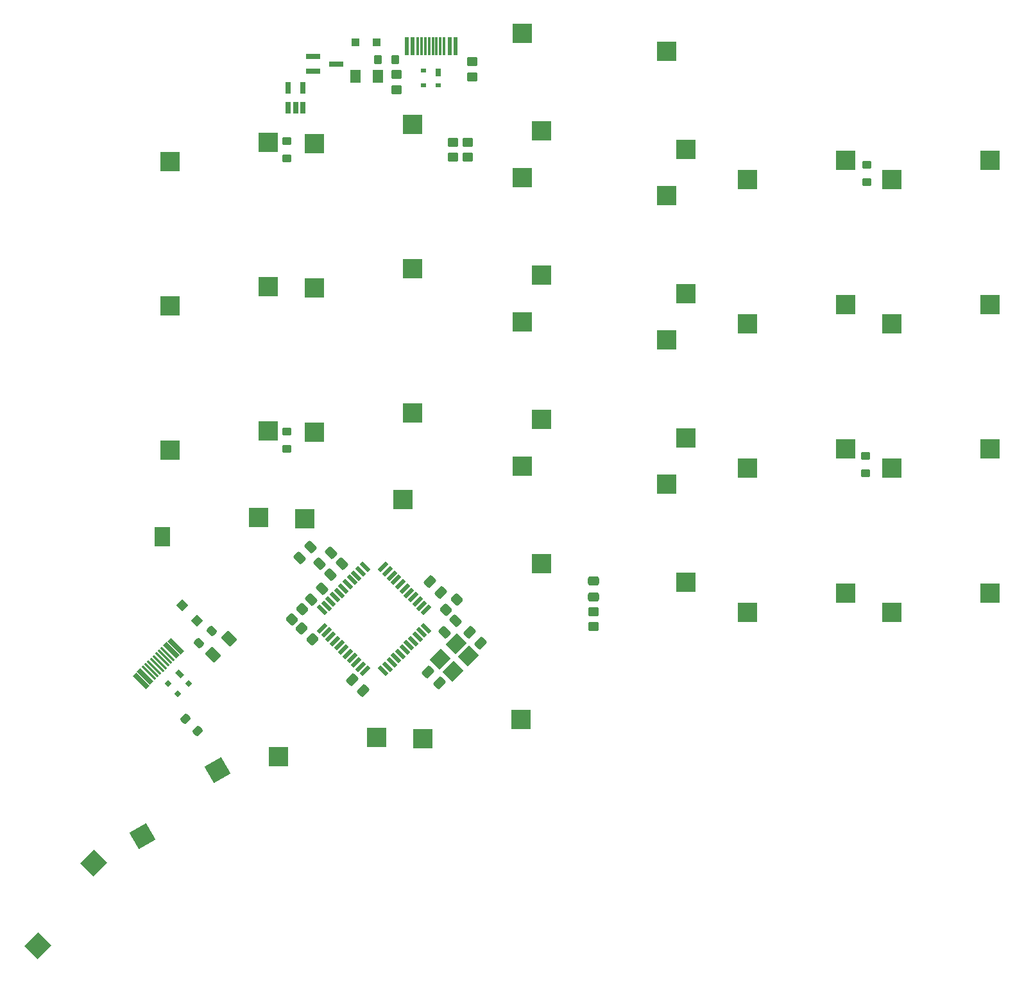
<source format=gbr>
%TF.GenerationSoftware,KiCad,Pcbnew,(6.0.7)*%
%TF.CreationDate,2022-09-06T15:05:25+03:00*%
%TF.ProjectId,retina-right,72657469-6e61-42d7-9269-6768742e6b69,1.0*%
%TF.SameCoordinates,Original*%
%TF.FileFunction,Paste,Bot*%
%TF.FilePolarity,Positive*%
%FSLAX46Y46*%
G04 Gerber Fmt 4.6, Leading zero omitted, Abs format (unit mm)*
G04 Created by KiCad (PCBNEW (6.0.7)) date 2022-09-06 15:05:25*
%MOMM*%
%LPD*%
G01*
G04 APERTURE LIST*
G04 Aperture macros list*
%AMRoundRect*
0 Rectangle with rounded corners*
0 $1 Rounding radius*
0 $2 $3 $4 $5 $6 $7 $8 $9 X,Y pos of 4 corners*
0 Add a 4 corners polygon primitive as box body*
4,1,4,$2,$3,$4,$5,$6,$7,$8,$9,$2,$3,0*
0 Add four circle primitives for the rounded corners*
1,1,$1+$1,$2,$3*
1,1,$1+$1,$4,$5*
1,1,$1+$1,$6,$7*
1,1,$1+$1,$8,$9*
0 Add four rect primitives between the rounded corners*
20,1,$1+$1,$2,$3,$4,$5,0*
20,1,$1+$1,$4,$5,$6,$7,0*
20,1,$1+$1,$6,$7,$8,$9,0*
20,1,$1+$1,$8,$9,$2,$3,0*%
%AMRotRect*
0 Rectangle, with rotation*
0 The origin of the aperture is its center*
0 $1 length*
0 $2 width*
0 $3 Rotation angle, in degrees counterclockwise*
0 Add horizontal line*
21,1,$1,$2,0,0,$3*%
G04 Aperture macros list end*
%ADD10RotRect,2.550000X2.500000X210.000000*%
%ADD11R,2.550000X2.500000*%
%ADD12R,2.500000X2.550000*%
%ADD13RotRect,2.550000X2.500000X225.000000*%
%ADD14R,2.050000X2.500000*%
%ADD15R,1.900000X0.800000*%
%ADD16RoundRect,0.250000X-0.450000X0.350000X-0.450000X-0.350000X0.450000X-0.350000X0.450000X0.350000X0*%
%ADD17RoundRect,0.250000X-0.053033X0.441942X-0.441942X0.053033X0.053033X-0.441942X0.441942X-0.053033X0*%
%ADD18RoundRect,0.250000X0.574524X0.097227X0.097227X0.574524X-0.574524X-0.097227X-0.097227X-0.574524X0*%
%ADD19R,0.700000X1.000000*%
%ADD20R,0.700000X0.600000*%
%ADD21RoundRect,0.250000X-0.070711X0.565685X-0.565685X0.070711X0.070711X-0.565685X0.565685X-0.070711X0*%
%ADD22RoundRect,0.250001X0.462499X0.624999X-0.462499X0.624999X-0.462499X-0.624999X0.462499X-0.624999X0*%
%ADD23RoundRect,0.250000X0.097227X-0.574524X0.574524X-0.097227X-0.097227X0.574524X-0.574524X0.097227X0*%
%ADD24RoundRect,0.250000X-0.350000X0.275000X-0.350000X-0.275000X0.350000X-0.275000X0.350000X0.275000X0*%
%ADD25RoundRect,0.250000X-0.574524X-0.097227X-0.097227X-0.574524X0.574524X0.097227X0.097227X0.574524X0*%
%ADD26RoundRect,0.250000X0.450000X-0.350000X0.450000X0.350000X-0.450000X0.350000X-0.450000X-0.350000X0*%
%ADD27RotRect,1.500000X0.550000X225.000000*%
%ADD28RotRect,1.500000X0.550000X135.000000*%
%ADD29RotRect,0.600000X2.450000X45.000000*%
%ADD30RotRect,0.300000X2.450000X45.000000*%
%ADD31R,0.650000X1.560000*%
%ADD32RoundRect,0.250000X-0.097227X0.574524X-0.574524X0.097227X0.097227X-0.574524X0.574524X-0.097227X0*%
%ADD33RoundRect,0.250000X0.565685X0.070711X0.070711X0.565685X-0.565685X-0.070711X-0.070711X-0.565685X0*%
%ADD34RoundRect,0.250000X-0.475000X0.337500X-0.475000X-0.337500X0.475000X-0.337500X0.475000X0.337500X0*%
%ADD35RoundRect,0.250001X-0.114905X0.768977X-0.768977X0.114905X0.114905X-0.768977X0.768977X-0.114905X0*%
%ADD36RoundRect,0.250000X-0.275000X-0.350000X0.275000X-0.350000X0.275000X0.350000X-0.275000X0.350000X0*%
%ADD37RoundRect,0.250000X-0.441942X-0.053033X-0.053033X-0.441942X0.441942X0.053033X0.053033X0.441942X0*%
%ADD38RotRect,1.100000X1.100000X315.000000*%
%ADD39RotRect,0.700000X1.000000X225.000000*%
%ADD40RotRect,0.700000X0.600000X225.000000*%
%ADD41R,0.600000X2.450000*%
%ADD42R,0.300000X2.450000*%
%ADD43R,1.100000X1.100000*%
%ADD44RotRect,2.100000X1.800000X45.000000*%
G04 APERTURE END LIST*
D10*
%TO.C,MX23*%
X133954981Y-157393052D03*
X124029871Y-166056256D03*
%TD*%
D11*
%TO.C,MX26*%
X140587457Y-112553699D03*
X127660457Y-115093699D03*
%TD*%
D12*
%TO.C,MX9*%
X193192736Y-62447500D03*
X195732736Y-75374500D03*
%TD*%
%TO.C,MX12*%
X193192736Y-119597500D03*
X195732736Y-132524500D03*
%TD*%
%TO.C,MX17*%
X174142406Y-117216199D03*
X176682406Y-130143199D03*
%TD*%
D11*
%TO.C,MX2*%
X235837736Y-95885000D03*
X222910736Y-98425000D03*
%TD*%
D13*
%TO.C,MX28*%
X117561094Y-169666263D03*
X110216376Y-180603083D03*
%TD*%
D11*
%TO.C,MX22*%
X145467736Y-124142500D03*
X158394736Y-121602500D03*
%TD*%
%TO.C,MX18*%
X154877438Y-153034930D03*
X141950438Y-155574930D03*
%TD*%
D12*
%TO.C,MX11*%
X193192736Y-100547500D03*
X195732736Y-113474500D03*
%TD*%
%TO.C,MX10*%
X193192736Y-81497500D03*
X195732736Y-94424500D03*
%TD*%
D11*
%TO.C,MX3*%
X235837736Y-114935000D03*
X222910736Y-117475000D03*
%TD*%
%TO.C,MX4*%
X235837736Y-133985000D03*
X222910736Y-136525000D03*
%TD*%
D12*
%TO.C,MX16*%
X174142406Y-98166199D03*
X176682406Y-111093199D03*
%TD*%
D11*
%TO.C,MX13*%
X173927422Y-150653682D03*
X161000422Y-153193682D03*
%TD*%
%TO.C,MX7*%
X216787736Y-114935000D03*
X203860736Y-117475000D03*
%TD*%
%TO.C,MX21*%
X159637736Y-110172500D03*
X146710736Y-112712500D03*
%TD*%
%TO.C,MX24*%
X140587446Y-74453742D03*
X127660446Y-76993742D03*
%TD*%
%TO.C,MX8*%
X216787736Y-133985000D03*
X203860736Y-136525000D03*
%TD*%
%TO.C,MX19*%
X159637736Y-72072500D03*
X146710736Y-74612500D03*
%TD*%
D12*
%TO.C,MX14*%
X174142406Y-60066250D03*
X176682406Y-72993250D03*
%TD*%
D11*
%TO.C,MX6*%
X216787736Y-95885000D03*
X203860736Y-98425000D03*
%TD*%
D12*
%TO.C,MX15*%
X174142406Y-79116225D03*
X176682406Y-92043225D03*
%TD*%
D11*
%TO.C,MX5*%
X216787736Y-76835000D03*
X203860736Y-79375000D03*
%TD*%
%TO.C,MX25*%
X140587446Y-93503727D03*
X127660446Y-96043727D03*
%TD*%
%TO.C,MX1*%
X235837736Y-76835000D03*
X222910736Y-79375000D03*
%TD*%
%TO.C,MX20*%
X159637736Y-91122500D03*
X146710736Y-93662500D03*
%TD*%
D14*
%TO.C,MX27*%
X126667457Y-126523699D03*
D11*
X139344457Y-123983699D03*
%TD*%
D15*
%TO.C,Q1*%
X146537550Y-65072300D03*
X146537550Y-63172300D03*
X149537550Y-64122300D03*
%TD*%
D16*
%TO.C,R5*%
X157505400Y-65503550D03*
X157505400Y-67503550D03*
%TD*%
D17*
%TO.C,L3*%
X133115423Y-138994777D03*
X131489077Y-140621123D03*
%TD*%
D18*
%TO.C,C4*%
X163420623Y-133912173D03*
X161953377Y-132444927D03*
%TD*%
D19*
%TO.C,TVS1*%
X163077398Y-65220139D03*
D20*
X163077400Y-66920150D03*
X161077400Y-66920150D03*
X161077402Y-65020139D03*
%TD*%
D21*
%TO.C,R3*%
X165473057Y-134814593D03*
X164058843Y-136228807D03*
%TD*%
D22*
%TO.C,F1*%
X155106700Y-65798700D03*
X152131700Y-65798700D03*
%TD*%
D23*
%TO.C,C1*%
X148846977Y-131549973D03*
X150314223Y-130082727D03*
%TD*%
D24*
%TO.C,L1*%
X219570300Y-77469350D03*
X219570300Y-79769350D03*
%TD*%
D23*
%TO.C,C10*%
X144713127Y-129359223D03*
X146180373Y-127891977D03*
%TD*%
D25*
%TO.C,C3*%
X167194627Y-139150527D03*
X168661873Y-140617773D03*
%TD*%
D24*
%TO.C,L5*%
X219417900Y-115855100D03*
X219417900Y-118155100D03*
%TD*%
D26*
%TO.C,R10*%
X183527700Y-138445750D03*
X183527700Y-136445750D03*
%TD*%
D21*
%TO.C,R1*%
X145108607Y-136090943D03*
X143694393Y-137505157D03*
%TD*%
D27*
%TO.C,U1*%
X155776282Y-130567764D03*
X156341967Y-131133450D03*
X156907652Y-131699135D03*
X157473338Y-132264820D03*
X158039023Y-132830506D03*
X158604709Y-133396191D03*
X159170394Y-133961877D03*
X159736080Y-134527562D03*
X160301765Y-135093248D03*
X160867450Y-135658933D03*
X161433136Y-136224618D03*
D28*
X161433136Y-138628782D03*
X160867450Y-139194467D03*
X160301765Y-139760152D03*
X159736080Y-140325838D03*
X159170394Y-140891523D03*
X158604709Y-141457209D03*
X158039023Y-142022894D03*
X157473338Y-142588580D03*
X156907652Y-143154265D03*
X156341967Y-143719950D03*
X155776282Y-144285636D03*
D27*
X153372118Y-144285636D03*
X152806433Y-143719950D03*
X152240748Y-143154265D03*
X151675062Y-142588580D03*
X151109377Y-142022894D03*
X150543691Y-141457209D03*
X149978006Y-140891523D03*
X149412320Y-140325838D03*
X148846635Y-139760152D03*
X148280950Y-139194467D03*
X147715264Y-138628782D03*
D28*
X147715264Y-136224618D03*
X148280950Y-135658933D03*
X148846635Y-135093248D03*
X149412320Y-134527562D03*
X149978006Y-133961877D03*
X150543691Y-133396191D03*
X151109377Y-132830506D03*
X151675062Y-132264820D03*
X152240748Y-131699135D03*
X152806433Y-131133450D03*
X153372118Y-130567764D03*
%TD*%
D29*
%TO.C,USB2*%
X123817731Y-145562021D03*
X124365738Y-145014014D03*
D30*
X124860713Y-144519039D03*
X125214267Y-144165486D03*
X125567820Y-143811932D03*
X125921373Y-143458379D03*
X126274927Y-143104825D03*
X126628480Y-142751272D03*
X126982034Y-142397719D03*
X127335587Y-142044165D03*
D29*
X127830562Y-141549190D03*
X128378569Y-141001183D03*
%TD*%
D24*
%TO.C,L7*%
X143027400Y-74288000D03*
X143027400Y-76588000D03*
%TD*%
D31*
%TO.C,U2*%
X145158500Y-69949050D03*
X144208500Y-69949050D03*
X143258500Y-69949050D03*
X143258500Y-67249050D03*
X145158500Y-67249050D03*
%TD*%
D32*
%TO.C,C5*%
X147744973Y-133378377D03*
X146277727Y-134845623D03*
%TD*%
D18*
%TO.C,C8*%
X153155173Y-146885223D03*
X151687927Y-145417977D03*
%TD*%
D24*
%TO.C,L4*%
X143046450Y-112654700D03*
X143046450Y-114954700D03*
%TD*%
D18*
%TO.C,C2*%
X163175473Y-145875573D03*
X161708227Y-144408327D03*
%TD*%
D32*
%TO.C,C6*%
X165347173Y-137664627D03*
X163879927Y-139131873D03*
%TD*%
D26*
%TO.C,R4*%
X167506650Y-65827150D03*
X167506650Y-63827150D03*
%TD*%
D32*
%TO.C,C7*%
X148885473Y-128653977D03*
X147418227Y-130121223D03*
%TD*%
D33*
%TO.C,R2*%
X146442107Y-140115007D03*
X145027893Y-138700793D03*
%TD*%
D16*
%TO.C,R6*%
X164973000Y-74457050D03*
X164973000Y-76457050D03*
%TD*%
D34*
%TO.C,C9*%
X183508650Y-132426800D03*
X183508650Y-134501800D03*
%TD*%
D35*
%TO.C,F2*%
X135449571Y-140051529D03*
X133345929Y-142155171D03*
%TD*%
D36*
%TO.C,L2*%
X155040950Y-63531750D03*
X157340950Y-63531750D03*
%TD*%
D16*
%TO.C,R7*%
X166916100Y-74457050D03*
X166916100Y-76457050D03*
%TD*%
D37*
%TO.C,L6*%
X129660277Y-150596227D03*
X131286623Y-152222573D03*
%TD*%
D38*
%TO.C,TVS4*%
X129216801Y-135636651D03*
X131196699Y-137616549D03*
%TD*%
D39*
%TO.C,TVS2*%
X128916682Y-144704603D03*
D40*
X130118758Y-145906695D03*
X128704545Y-147320908D03*
X127361047Y-145977396D03*
%TD*%
D41*
%TO.C,USB1*%
X158852762Y-61746813D03*
X159627762Y-61746813D03*
D42*
X160327762Y-61746813D03*
X160827762Y-61746813D03*
X161327762Y-61746813D03*
X161827762Y-61746813D03*
X162327762Y-61746813D03*
X162827762Y-61746813D03*
X163327762Y-61746813D03*
X163827762Y-61746813D03*
D41*
X164527762Y-61746813D03*
X165302762Y-61746813D03*
%TD*%
D43*
%TO.C,TVS3*%
X154943000Y-61245750D03*
X152143000Y-61245750D03*
%TD*%
D44*
%TO.C,Y1*%
X163327522Y-142706132D03*
X165378132Y-140655522D03*
X167004478Y-142281868D03*
X164953868Y-144332478D03*
%TD*%
M02*

</source>
